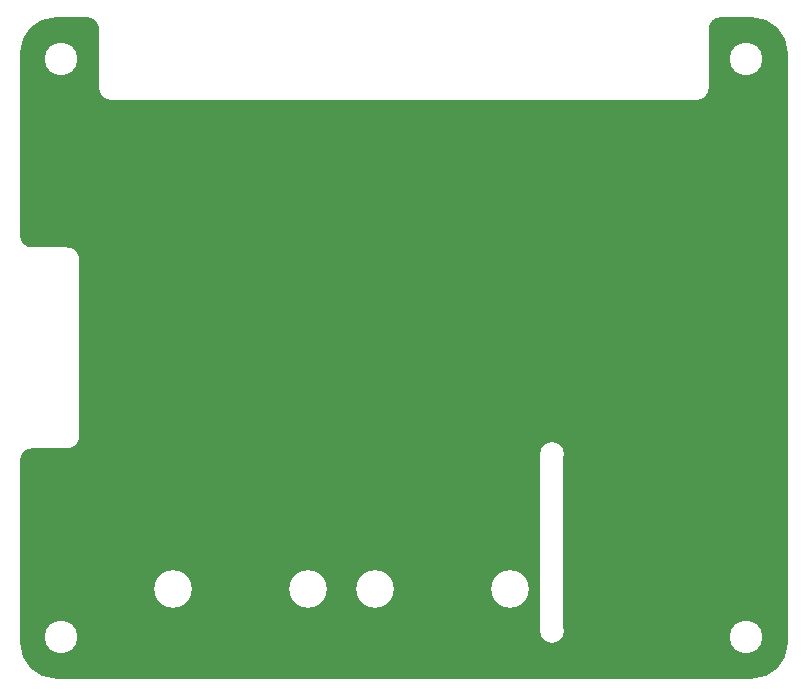
<source format=gbr>
G04 DipTrace 2.4.0.1*
%INBoard.gbr*%
%MOMM*%
%ADD11C,0.14*%
%ADD16C,2.0*%
%ADD17C,2.75*%
%ADD18O,3.199X3.202*%
%FSLAX53Y53*%
G04*
G71*
G90*
G75*
G01*
%LNBoardPoly*%
%LPD*%
G36*
X13000Y10000D2*
D11*
G02X10000Y13000I0J3000D01*
G01*
Y28500D1*
G02X11000Y29500I1000J0D01*
G01*
X14000D1*
G03X15000Y30500I0J1000D01*
G01*
Y45500D1*
G03X14000Y46500I-1000J0D01*
G01*
X11000D1*
G02X10000Y47500I0J1000D01*
G01*
Y63000D1*
G02X13000Y66000I2999J1D01*
G01*
X15700D1*
G02X16700Y65000I-63J-1063D01*
G01*
Y60000D1*
G03X17700Y59000I1000J0D01*
G01*
X67300D1*
G03X68300Y60000I0J1000D01*
G01*
Y65000D1*
G02X69300Y66000I1000J0D01*
G01*
X72000D1*
G02X75000Y63000I1J-2999D01*
G01*
Y13000D1*
G02X72000Y10000I-2998J-2D01*
G01*
X13000D1*
G37*
%LNBoardPolyC*%
%LPC*%
G36*
X54000Y29000D2*
X56000D1*
Y14000D1*
X54000D1*
Y29000D1*
G37*
D16*
X55000D3*
Y14000D3*
D17*
X13500Y62500D3*
Y13500D3*
X71500Y62500D3*
Y13500D3*
D18*
X22935Y17620D3*
X34365D3*
X40035D3*
X51465D3*
M02*

</source>
